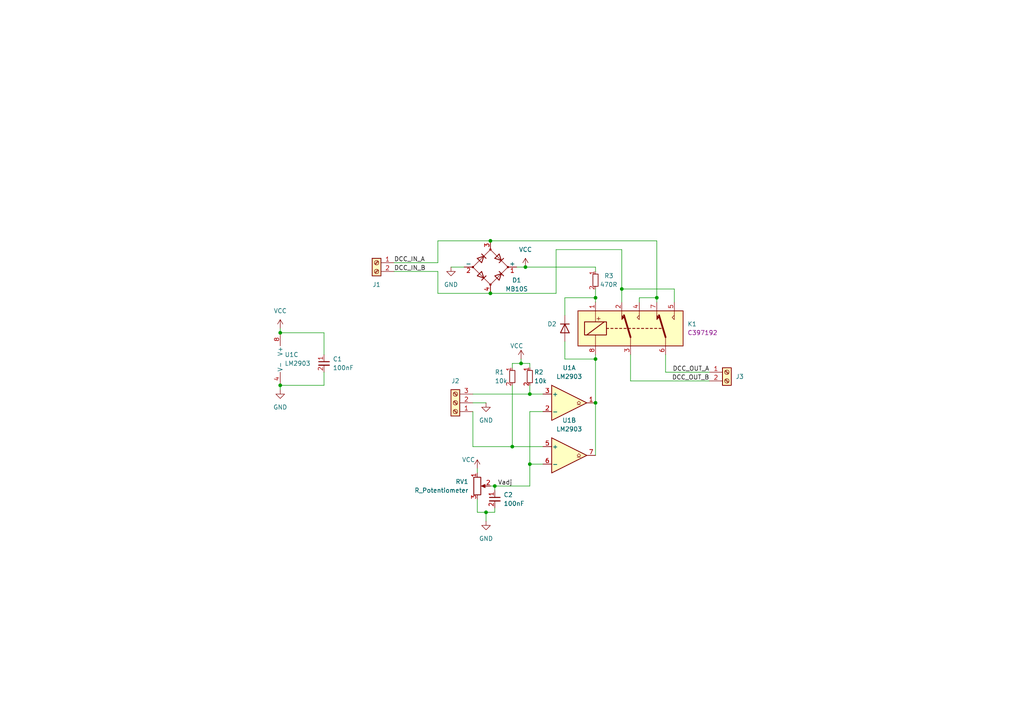
<source format=kicad_sch>
(kicad_sch (version 20230121) (generator eeschema)
  (paper "A4")
  (lib_symbols
    (symbol "Comparator:LM2903" (pin_names (offset 0.127))
      (property "Reference" "U" (at 3.81 3.81 0))
      (property "Value" "LM2903" (at 6.35 -3.81 0))
      (symbol "LM2903_1_1"
        (polyline (pts (xy -5.08 5.08) (xy 5.08 0) (xy -5.08 -5.08) (xy -5.08 5.08)) (stroke (width 0.254)) (fill (type background)))
        (polyline (pts (xy 3.302 -0.508) (xy 2.794 -0.508) (xy 3.302 0) (xy 2.794 0.508) (xy 2.286 0) (xy 2.794 -0.508) (xy 2.286 -0.508)) (stroke (width 0.127)))
        (pin open_collector line (at 7.62 0 180) (length 2.54) (name "~") (number "1"))
        (pin input line (at -7.62 -2.54 0) (length 2.54) (name "-") (number "2"))
        (pin input line (at -7.62 2.54 0) (length 2.54) (name "+") (number "3"))
      )
      (symbol "LM2903_2_1"
        (polyline (pts (xy -5.08 5.08) (xy 5.08 0) (xy -5.08 -5.08) (xy -5.08 5.08)) (stroke (width 0.254)) (fill (type background)))
        (polyline (pts (xy 3.302 -0.508) (xy 2.794 -0.508) (xy 3.302 0) (xy 2.794 0.508) (xy 2.286 0) (xy 2.794 -0.508) (xy 2.286 -0.508)) (stroke (width 0.127)))
        (pin input line (at -7.62 2.54 0) (length 2.54) (name "+") (number "5"))
        (pin input line (at -7.62 -2.54 0) (length 2.54) (name "-") (number "6"))
        (pin open_collector line (at 7.62 0 180) (length 2.54) (name "~") (number "7"))
      )
      (symbol "LM2903_3_1"
        (pin power_in line (at -2.54 -7.62 90) (length 3.81) (name "V-") (number "4"))
        (pin power_in line (at -2.54 7.62 270) (length 3.81) (name "V+") (number "8"))
      )
    )
    (symbol "Connector:Screw_Terminal_01x02" (pin_names (offset 1.016) hide)
      (property "Reference" "J" (at 0 2.54 0))
      (property "Value" "Screw_Terminal_01x02" (at 0 -5.08 0))
      (symbol "Screw_Terminal_01x02_1_1"
        (rectangle (start -1.27 1.27) (end 1.27 -3.81) (stroke (width 0.254)) (fill (type background)))
        (circle (center 0 -2.54) (radius 0.635) (stroke (width 0.1524)))
        (polyline (pts (xy -0.5334 -2.2098) (xy 0.3302 -3.048)) (stroke (width 0.1524)))
        (polyline (pts (xy -0.5334 0.3302) (xy 0.3302 -0.508)) (stroke (width 0.1524)))
        (polyline (pts (xy -0.3556 -2.032) (xy 0.508 -2.8702)) (stroke (width 0.1524)))
        (polyline (pts (xy -0.3556 0.508) (xy 0.508 -0.3302)) (stroke (width 0.1524)))
        (circle (center 0 0) (radius 0.635) (stroke (width 0.1524)))
        (pin passive line (at -5.08 0 0) (length 3.81) (name "Pin_1") (number "1"))
        (pin passive line (at -5.08 -2.54 0) (length 3.81) (name "Pin_2") (number "2"))
      )
    )
    (symbol "Connector:Screw_Terminal_01x03" (pin_names (offset 1.016) hide)
      (property "Reference" "J" (at 0 5.08 0))
      (property "Value" "Screw_Terminal_01x03" (at 0 -5.08 0))
      (symbol "Screw_Terminal_01x03_1_1"
        (rectangle (start -1.27 3.81) (end 1.27 -3.81) (stroke (width 0.254)) (fill (type background)))
        (circle (center 0 -2.54) (radius 0.635) (stroke (width 0.1524)))
        (polyline (pts (xy -0.5334 -2.2098) (xy 0.3302 -3.048)) (stroke (width 0.1524)))
        (polyline (pts (xy -0.5334 0.3302) (xy 0.3302 -0.508)) (stroke (width 0.1524)))
        (polyline (pts (xy -0.5334 2.8702) (xy 0.3302 2.032)) (stroke (width 0.1524)))
        (polyline (pts (xy -0.3556 -2.032) (xy 0.508 -2.8702)) (stroke (width 0.1524)))
        (polyline (pts (xy -0.3556 0.508) (xy 0.508 -0.3302)) (stroke (width 0.1524)))
        (polyline (pts (xy -0.3556 3.048) (xy 0.508 2.2098)) (stroke (width 0.1524)))
        (circle (center 0 0) (radius 0.635) (stroke (width 0.1524)))
        (circle (center 0 2.54) (radius 0.635) (stroke (width 0.1524)))
        (pin passive line (at -5.08 2.54 0) (length 3.81) (name "Pin_1") (number "1"))
        (pin passive line (at -5.08 0 0) (length 3.81) (name "Pin_2") (number "2"))
        (pin passive line (at -5.08 -2.54 0) (length 3.81) (name "Pin_3") (number "3"))
      )
    )
    (symbol "Device:R_Potentiometer" (pin_names (offset 1.016) hide)
      (property "Reference" "RV" (at -4.445 0 90))
      (property "Value" "R_Potentiometer" (at -2.54 0 90))
      (symbol "R_Potentiometer_0_1"
        (polyline (pts (xy 2.54 0) (xy 1.524 0)))
        (polyline (pts (xy 1.143 0) (xy 2.286 0.508) (xy 2.286 -0.508) (xy 1.143 0)) (fill (type outline)))
        (rectangle (start 1.016 2.54) (end -1.016 -2.54) (stroke (width 0.254)))
      )
      (symbol "R_Potentiometer_1_1"
        (pin passive line (at 0 3.81 270) (length 1.27) (name "1") (number "1"))
        (pin passive line (at 3.81 0 180) (length 1.27) (name "2") (number "2"))
        (pin passive line (at 0 -3.81 90) (length 1.27) (name "3") (number "3"))
      )
    )
    (symbol "capacitor_miscellaneous:C_0603_100nF"
      (property "Reference" "C" (at 1.27 2.54 0))
      (property "Value" "100nF" (at 3.81 -2.54 0))
      (symbol "C_0603_100nF_0_1"
        (polyline (pts (xy -1.524 -0.508) (xy 1.524 -0.508)) (stroke (width 0.3302)))
        (polyline (pts (xy -1.524 0.508) (xy 1.524 0.508)) (stroke (width 0.3048)))
      )
      (symbol "C_0603_100nF_1_1"
        (pin passive line (at 0 2.54 270) (length 2.032) (name "~") (number "1"))
        (pin passive line (at 0 -2.54 90) (length 2.032) (name "~") (number "2"))
      )
    )
    (symbol "custom_kicad_lib_sk:1N4148WS" (pin_numbers hide) (pin_names hide)
      (property "Reference" "D" (at 0 2.54 0))
      (property "Value" "1N4148WS" (at 0 -2.54 0))
      (symbol "1N4148WS_0_1"
        (polyline (pts (xy -1.27 1.27) (xy -1.27 -1.27)) (stroke (width 0.254)))
        (polyline (pts (xy 1.27 0) (xy -1.27 0)))
        (polyline (pts (xy 1.27 1.27) (xy 1.27 -1.27) (xy -1.27 0) (xy 1.27 1.27)) (stroke (width 0.254)))
      )
      (symbol "1N4148WS_1_1"
        (pin passive line (at -3.81 0 0) (length 2.54) (name "K") (number "1"))
        (pin passive line (at 3.81 0 180) (length 2.54) (name "A") (number "2"))
      )
    )
    (symbol "custom_kicad_lib_sk:G6K-2F-Y-TR DC12"
      (property "Reference" "K" (at 16.51 3.81 0))
      (property "JLCPCB Part#" "C397192" (at 0 0 0))
      (symbol "G6K-2F-Y-TR DC12_0_0"
        (text "+" (at -9.271 2.921 0) (effects (font (size 1.27 1.27))))
      )
      (symbol "G6K-2F-Y-TR DC12_0_1"
        (rectangle (start -15.24 5.08) (end 15.24 -5.08) (stroke (width 0.254)) (fill (type background)))
        (rectangle (start -13.335 1.905) (end -6.985 -1.905) (stroke (width 0.254)))
        (polyline (pts (xy -12.7 -1.905) (xy -7.62 1.905)) (stroke (width 0.254)))
        (polyline (pts (xy -10.16 -5.08) (xy -10.16 -1.905)))
        (polyline (pts (xy -10.16 5.08) (xy -10.16 1.905)))
        (polyline (pts (xy -6.985 0) (xy -6.35 0)) (stroke (width 0.254)))
        (polyline (pts (xy -5.715 0) (xy -5.08 0)) (stroke (width 0.254)))
        (polyline (pts (xy -4.445 0) (xy -3.81 0)) (stroke (width 0.254)))
        (polyline (pts (xy -3.175 0) (xy -2.54 0)) (stroke (width 0.254)))
        (polyline (pts (xy -1.905 0) (xy -1.27 0)) (stroke (width 0.254)))
        (polyline (pts (xy -0.635 0) (xy 0 0)) (stroke (width 0.254)))
        (polyline (pts (xy 0 -2.54) (xy -1.905 3.81)) (stroke (width 0.508)))
        (polyline (pts (xy 0 -2.54) (xy 0 -5.08)))
        (polyline (pts (xy 0.635 0) (xy 1.27 0)) (stroke (width 0.254)))
        (polyline (pts (xy 1.905 0) (xy 2.54 0)) (stroke (width 0.254)))
        (polyline (pts (xy 3.175 0) (xy 3.81 0)) (stroke (width 0.254)))
        (polyline (pts (xy 4.445 0) (xy 5.08 0)) (stroke (width 0.254)))
        (polyline (pts (xy 5.715 0) (xy 6.35 0)) (stroke (width 0.254)))
        (polyline (pts (xy 6.985 0) (xy 7.62 0)) (stroke (width 0.254)))
        (polyline (pts (xy 8.255 0) (xy 8.89 0)) (stroke (width 0.254)))
        (polyline (pts (xy 10.16 -2.54) (xy 8.255 3.81)) (stroke (width 0.508)))
        (polyline (pts (xy 10.16 -2.54) (xy 10.16 -5.08)))
        (polyline (pts (xy -2.54 5.08) (xy -2.54 2.54) (xy -1.905 3.175) (xy -2.54 3.81)) (fill (type outline)))
        (polyline (pts (xy 2.54 5.08) (xy 2.54 2.54) (xy 1.905 3.175) (xy 2.54 3.81)))
        (polyline (pts (xy 7.62 5.08) (xy 7.62 2.54) (xy 8.255 3.175) (xy 7.62 3.81)) (fill (type outline)))
        (polyline (pts (xy 12.7 5.08) (xy 12.7 2.54) (xy 12.065 3.175) (xy 12.7 3.81)))
      )
      (symbol "G6K-2F-Y-TR DC12_1_1"
        (pin passive line (at -10.16 7.62 270) (length 2.54) (name "~") (number "1"))
        (pin passive line (at -2.54 7.62 270) (length 2.54) (name "~") (number "2"))
        (pin passive line (at 0 -7.62 90) (length 2.54) (name "~") (number "3"))
        (pin passive line (at 2.54 7.62 270) (length 2.54) (name "~") (number "4"))
        (pin passive line (at 12.7 7.62 270) (length 2.54) (name "~") (number "5"))
        (pin passive line (at 10.16 -7.62 90) (length 2.54) (name "~") (number "6"))
        (pin passive line (at 7.62 7.62 270) (length 2.54) (name "~") (number "7"))
        (pin passive line (at -10.16 -7.62 90) (length 2.54) (name "~") (number "8"))
      )
    )
    (symbol "custom_kicad_lib_sk:MB10S" (pin_names (offset 0))
      (property "Reference" "D" (at 2.54 6.985 0))
      (property "Value" "MB10S" (at 2.54 5.08 0))
      (symbol "MB10S_0_1"
        (circle (center -5.08 0) (radius 0.254) (fill (type outline)))
        (circle (center 0 -5.08) (radius 0.254) (fill (type outline)))
        (polyline (pts (xy -2.54 3.81) (xy -1.27 2.54)) (stroke (width 0.254)))
        (polyline (pts (xy -1.27 -2.54) (xy -2.54 -3.81)) (stroke (width 0.254)))
        (polyline (pts (xy 2.54 -1.27) (xy 3.81 -2.54)) (stroke (width 0.254)))
        (polyline (pts (xy 2.54 1.27) (xy 3.81 2.54)) (stroke (width 0.254)))
        (polyline (pts (xy -3.81 2.54) (xy -2.54 1.27) (xy -1.905 3.175) (xy -3.81 2.54)) (stroke (width 0.254)))
        (polyline (pts (xy -2.54 -1.27) (xy -3.81 -2.54) (xy -1.905 -3.175) (xy -2.54 -1.27)) (stroke (width 0.254)))
        (polyline (pts (xy 1.27 2.54) (xy 2.54 3.81) (xy 3.175 1.905) (xy 1.27 2.54)) (stroke (width 0.254)))
        (polyline (pts (xy 3.175 -1.905) (xy 1.27 -2.54) (xy 2.54 -3.81) (xy 3.175 -1.905)) (stroke (width 0.254)))
        (polyline (pts (xy -5.08 0) (xy 0 -5.08) (xy 5.08 0) (xy 0 5.08) (xy -5.08 0)))
        (circle (center 0 5.08) (radius 0.254) (fill (type outline)))
        (circle (center 5.08 0) (radius 0.254) (fill (type outline)))
      )
      (symbol "MB10S_1_1"
        (pin passive line (at 7.62 0 180) (length 2.54) (name "+") (number "1"))
        (pin passive line (at -7.62 0 0) (length 2.54) (name "-") (number "2"))
        (pin passive line (at 0 7.62 270) (length 2.54) (name "~") (number "3"))
        (pin passive line (at 0 -7.62 90) (length 2.54) (name "~") (number "4"))
      )
    )
    (symbol "power:GND" (power) (pin_names (offset 0))
      (property "Value" "GND" (at 0 -3.81 0))
      (symbol "GND_0_1"
        (polyline (pts (xy 0 0) (xy 0 -1.27) (xy 1.27 -1.27) (xy 0 -2.54) (xy -1.27 -1.27) (xy 0 -1.27)))
      )
      (symbol "GND_1_1"
        (pin power_in line (at 0 0 270) (length 0) hide (name "GND") (number "1"))
      )
    )
    (symbol "power:VCC" (power) (pin_names (offset 0))
      (property "Value" "VCC" (at 0 3.81 0))
      (symbol "VCC_0_1"
        (polyline (pts (xy -0.762 1.27) (xy 0 2.54)))
        (polyline (pts (xy 0 0) (xy 0 2.54)))
        (polyline (pts (xy 0 2.54) (xy 0.762 1.27)))
      )
      (symbol "VCC_1_1"
        (pin power_in line (at 0 0 90) (length 0) hide (name "VCC") (number "1"))
      )
    )
    (symbol "resistors_0603:R_10k_0603"
      (property "Reference" "R" (at 1.27 2.54 0))
      (property "Value" "10k" (at 2.54 -2.54 0))
      (symbol "R_10k_0603_0_1"
        (rectangle (start -0.762 1.778) (end 0.762 -1.778) (stroke (width 0.2032)))
      )
      (symbol "R_10k_0603_1_1"
        (pin passive line (at 0 2.54 270) (length 0.762) (name "~") (number "1"))
        (pin passive line (at 0 -2.54 90) (length 0.762) (name "~") (number "2"))
      )
    )
    (symbol "resistors_0805:R_470R_0805"
      (property "Reference" "R" (at 1.27 2.54 0))
      (property "Value" "470R" (at 2.54 -2.54 0))
      (symbol "R_470R_0805_0_1"
        (rectangle (start -0.762 1.778) (end 0.762 -1.778) (stroke (width 0.2032)))
      )
      (symbol "R_470R_0805_1_1"
        (pin passive line (at 0 2.54 270) (length 0.762) (name "~") (number "1"))
        (pin passive line (at 0 -2.54 90) (length 0.762) (name "~") (number "2"))
      )
    )
  )
  (junction (at 140.97 148.59))
  (junction (at 81.28 111.76))
  (junction (at 81.28 96.52))
  (junction (at 153.67 134.62))
  (junction (at 148.59 129.54))
  (junction (at 172.72 116.84))
  (junction (at 172.72 86.36))
  (junction (at 153.67 114.3))
  (junction (at 143.51 140.97))
  (junction (at 151.13 105.41))
  (junction (at 142.24 85.09))
  (junction (at 180.34 83.82))
  (junction (at 172.72 104.14))
  (junction (at 152.4 77.47))
  (junction (at 142.24 69.85))
  (junction (at 190.5 86.36))
  (wire (pts (xy 137.16 119.38) (xy 137.16 129.54)))
  (wire (pts (xy 142.24 140.97) (xy 143.51 140.97)))
  (wire (pts (xy 185.42 86.36) (xy 190.5 86.36)))
  (wire (pts (xy 153.67 119.38) (xy 157.48 119.38)))
  (wire (pts (xy 142.24 69.85) (xy 190.5 69.85)))
  (wire (pts (xy 143.51 140.97) (xy 143.51 142.24)))
  (wire (pts (xy 153.67 134.62) (xy 157.48 134.62)))
  (wire (pts (xy 172.72 83.82) (xy 172.72 86.36)))
  (wire (pts (xy 143.51 148.59) (xy 143.51 147.32)))
  (wire (pts (xy 172.72 77.47) (xy 172.72 78.74)))
  (wire (pts (xy 114.3 76.2) (xy 127 76.2)))
  (wire (pts (xy 161.29 85.09) (xy 142.24 85.09)))
  (wire (pts (xy 152.4 77.47) (xy 172.72 77.47)))
  (wire (pts (xy 148.59 111.76) (xy 148.59 129.54)))
  (wire (pts (xy 195.58 83.82) (xy 195.58 87.63)))
  (wire (pts (xy 163.83 91.44) (xy 163.83 86.36)))
  (wire (pts (xy 185.42 87.63) (xy 185.42 86.36)))
  (wire (pts (xy 153.67 111.76) (xy 153.67 114.3)))
  (wire (pts (xy 81.28 95.25) (xy 81.28 96.52)))
  (wire (pts (xy 148.59 129.54) (xy 157.48 129.54)))
  (wire (pts (xy 148.59 105.41) (xy 148.59 106.68)))
  (wire (pts (xy 93.98 102.87) (xy 93.98 96.52)))
  (wire (pts (xy 127 78.74) (xy 127 85.09)))
  (wire (pts (xy 153.67 105.41) (xy 153.67 106.68)))
  (wire (pts (xy 137.16 116.84) (xy 140.97 116.84)))
  (wire (pts (xy 190.5 69.85) (xy 190.5 86.36)))
  (wire (pts (xy 138.43 144.78) (xy 138.43 148.59)))
  (wire (pts (xy 137.16 129.54) (xy 148.59 129.54)))
  (wire (pts (xy 182.88 102.87) (xy 182.88 110.49)))
  (wire (pts (xy 93.98 96.52) (xy 81.28 96.52)))
  (wire (pts (xy 151.13 105.41) (xy 151.13 104.14)))
  (wire (pts (xy 172.72 102.87) (xy 172.72 104.14)))
  (wire (pts (xy 180.34 87.63) (xy 180.34 83.82)))
  (wire (pts (xy 138.43 135.89) (xy 138.43 137.16)))
  (wire (pts (xy 81.28 111.76) (xy 93.98 111.76)))
  (wire (pts (xy 81.28 111.76) (xy 81.28 113.03)))
  (wire (pts (xy 153.67 114.3) (xy 157.48 114.3)))
  (wire (pts (xy 172.72 116.84) (xy 172.72 132.08)))
  (wire (pts (xy 172.72 104.14) (xy 163.83 104.14)))
  (wire (pts (xy 130.81 77.47) (xy 134.62 77.47)))
  (wire (pts (xy 180.34 83.82) (xy 195.58 83.82)))
  (wire (pts (xy 153.67 119.38) (xy 153.67 134.62)))
  (wire (pts (xy 93.98 107.95) (xy 93.98 111.76)))
  (wire (pts (xy 163.83 104.14) (xy 163.83 99.06)))
  (wire (pts (xy 151.13 105.41) (xy 153.67 105.41)))
  (wire (pts (xy 138.43 148.59) (xy 140.97 148.59)))
  (wire (pts (xy 114.3 78.74) (xy 127 78.74)))
  (wire (pts (xy 163.83 86.36) (xy 172.72 86.36)))
  (wire (pts (xy 127 76.2) (xy 127 69.85)))
  (wire (pts (xy 148.59 105.41) (xy 151.13 105.41)))
  (wire (pts (xy 143.51 140.97) (xy 153.67 140.97)))
  (wire (pts (xy 140.97 148.59) (xy 140.97 151.13)))
  (wire (pts (xy 161.29 72.39) (xy 161.29 85.09)))
  (wire (pts (xy 149.86 77.47) (xy 152.4 77.47)))
  (wire (pts (xy 140.97 148.59) (xy 143.51 148.59)))
  (wire (pts (xy 205.74 107.95) (xy 193.04 107.95)))
  (wire (pts (xy 190.5 86.36) (xy 190.5 87.63)))
  (wire (pts (xy 180.34 83.82) (xy 180.34 72.39)))
  (wire (pts (xy 172.72 86.36) (xy 172.72 87.63)))
  (wire (pts (xy 172.72 104.14) (xy 172.72 116.84)))
  (wire (pts (xy 127 85.09) (xy 142.24 85.09)))
  (wire (pts (xy 137.16 114.3) (xy 153.67 114.3)))
  (wire (pts (xy 180.34 72.39) (xy 161.29 72.39)))
  (wire (pts (xy 153.67 134.62) (xy 153.67 140.97)))
  (wire (pts (xy 182.88 110.49) (xy 205.74 110.49)))
  (wire (pts (xy 193.04 107.95) (xy 193.04 102.87)))
  (wire (pts (xy 127 69.85) (xy 142.24 69.85)))
  (label "DCC_IN_B" (at 114.3 78.74 0))
  (label "DCC_OUT_B" (at 205.74 110.49 180))
  (label "Vadj" (at 148.59 140.97 180))
  (label "DCC_OUT_A" (at 205.74 107.95 180))
  (label "DCC_IN_A" (at 114.3 76.2 0))
  (symbol (lib_id "capacitor_miscellaneous:C_0603_100nF") (at 93.98 105.41 0) (unit 1)
    (property "Reference" "C1" (at 96.52 104.1463 0) (effects (justify left)))
    (property "Value" "100nF" (at 96.52 106.6863 0) (effects (justify left)))
    (property "Footprint" "Capacitor_SMD:C_0603_1608Metric" (effects hide))
    (property "JLCPCB Part#" "C14663" (effects hide))
  )
  (symbol (lib_id "power:VCC") (at 81.28 95.25 0) (unit 1)
    (property "Reference" "#PWR01" (effects hide))
    (property "Value" "VCC" (at 81.28 90.17 0))
  )
  (symbol (lib_id "resistors_0603:R_10k_0603") (at 148.59 109.22 0) (unit 1)
    (property "Reference" "R1" (at 143.51 107.95 0) (effects (justify left)))
    (property "Value" "10k" (at 143.51 110.49 0) (effects (justify left)))
    (property "Footprint" "custom_kicad_lib_sk:R_0603_smalltext" (effects hide))
    (property "JLCPCB Part#" "C25804" (effects hide))
  )
  (symbol (lib_id "Comparator:LM2903") (at 83.82 104.14 0) (unit 3)
    (property "Reference" "U1" (at 82.55 102.87 0) (effects (justify left)))
    (property "Value" "LM2903" (at 82.55 105.41 0) (effects (justify left)))
    (property "Footprint" "Package_SO:VSSOP-8_3.0x3.0mm_P0.65mm" (effects hide))
    (property "Datasheet" "http://www.ti.com/lit/ds/symlink/lm393.pdf" (effects hide))
    (property "JLCPCB Part#" "C2998739" (effects hide))
  )
  (symbol (lib_id "Connector:Screw_Terminal_01x02") (at 210.82 107.95 0) (unit 1)
    (property "Reference" "J3" (at 213.36 109.22 0) (effects (justify left)))
    (property "Value" "Screw_Terminal_01x02" (effects hide))
    (property "Footprint" "TerminalBlock_Phoenix:TerminalBlock_Phoenix_MKDS-1,5-2-5.08_1x02_P5.08mm_Horizontal" (effects hide))
  )
  (symbol (lib_id "Comparator:LM2903") (at 165.1 132.08 0) (unit 2)
    (property "Reference" "U1" (at 165.1 121.92 0))
    (property "Value" "LM2903" (at 165.1 124.46 0))
    (property "Footprint" "Package_SO:VSSOP-8_3.0x3.0mm_P0.65mm" (effects hide))
    (property "Datasheet" "http://www.ti.com/lit/ds/symlink/lm393.pdf" (effects hide))
    (property "JLCPCB Part#" "C2998739" (effects hide))
  )
  (symbol (lib_id "power:GND") (at 81.28 113.03 0) (unit 1)
    (property "Reference" "#PWR02" (effects hide))
    (property "Value" "GND" (at 81.28 118.11 0))
  )
  (symbol (lib_id "power:VCC") (at 138.43 135.89 0) (unit 1)
    (property "Reference" "#PWR04" (effects hide))
    (property "Value" "VCC" (at 135.89 133.35 0))
  )
  (symbol (lib_id "power:VCC") (at 151.13 104.14 0) (unit 1)
    (property "Reference" "#PWR07" (effects hide))
    (property "Value" "VCC" (at 149.86 100.33 0))
  )
  (symbol (lib_id "capacitor_miscellaneous:C_0603_100nF") (at 143.51 144.78 0) (unit 1)
    (property "Reference" "C2" (at 146.05 143.5163 0) (effects (justify left)))
    (property "Value" "100nF" (at 146.05 146.0563 0) (effects (justify left)))
    (property "Footprint" "Capacitor_SMD:C_0603_1608Metric" (effects hide))
    (property "JLCPCB Part#" "C14663" (effects hide))
  )
  (symbol (lib_id "power:GND") (at 130.81 77.47 0) (unit 1)
    (property "Reference" "#PWR03" (effects hide))
    (property "Value" "GND" (at 130.81 82.55 0))
  )
  (symbol (lib_id "Connector:Screw_Terminal_01x02") (at 109.22 76.2 0) (mirror y) (unit 1)
    (property "Reference" "J1" (at 109.22 82.55 0))
    (property "Value" "Screw_Terminal_01x02" (effects hide))
    (property "Footprint" "TerminalBlock_Phoenix:TerminalBlock_Phoenix_MKDS-1,5-2-5.08_1x02_P5.08mm_Horizontal" (effects hide))
  )
  (symbol (lib_id "power:VCC") (at 152.4 77.47 0) (unit 1)
    (property "Reference" "#PWR08" (effects hide))
    (property "Value" "VCC" (at 152.4 72.39 0))
  )
  (symbol (lib_id "resistors_0805:R_470R_0805") (at 172.72 81.28 0) (unit 1)
    (property "Reference" "R3" (at 175.26 80.01 0) (effects (justify left)))
    (property "Value" "470R" (at 173.99 82.55 0) (effects (justify left)))
    (property "Footprint" "custom_kicad_lib_sk:R_0805_handsolder-smalltext" (effects hide))
    (property "JLCPCB Part#" "C17710" (effects hide))
  )
  (symbol (lib_id "Connector:Screw_Terminal_01x03") (at 132.08 116.84 180) (unit 1)
    (property "Reference" "J2" (at 132.08 110.49 0))
    (property "Value" "Screw_Terminal_01x03" (effects hide))
    (property "Footprint" "TerminalBlock_Phoenix:TerminalBlock_Phoenix_MKDS-1,5-3-5.08_1x03_P5.08mm_Horizontal" (effects hide))
  )
  (symbol (lib_id "power:GND") (at 140.97 151.13 0) (unit 1)
    (property "Reference" "#PWR06" (effects hide))
    (property "Value" "GND" (at 140.97 156.21 0))
  )
  (symbol (lib_id "custom_kicad_lib_sk:MB10S") (at 142.24 77.47 0) (unit 1)
    (property "Reference" "D1" (at 149.86 81.28 0))
    (property "Value" "MB10S" (at 149.86 83.82 0))
    (property "Footprint" "Package_TO_SOT_SMD:TO-269AA" (effects hide))
    (property "JLCPCB Part#" "C2488" (effects hide))
  )
  (symbol (lib_id "resistors_0603:R_10k_0603") (at 153.67 109.22 0) (unit 1)
    (property "Reference" "R2" (at 154.94 107.95 0) (effects (justify left)))
    (property "Value" "10k" (at 154.94 110.49 0) (effects (justify left)))
    (property "Footprint" "custom_kicad_lib_sk:R_0603_smalltext" (effects hide))
    (property "JLCPCB Part#" "C25804" (effects hide))
  )
  (symbol (lib_id "Device:R_Potentiometer") (at 138.43 140.97 0) (unit 1)
    (property "Reference" "RV1" (at 135.89 139.7 0) (effects (justify right)))
    (property "Value" "R_Potentiometer" (at 135.89 142.24 0) (effects (justify right)))
    (property "Footprint" "Potentiometer_SMD:Potentiometer_Bourns_TC33X_Vertical" (effects hide))
    (property "JLCPCB Part#" "C128547" (effects hide))
  )
  (symbol (lib_id "custom_kicad_lib_sk:1N4148WS") (at 163.83 95.25 270) (unit 1)
    (property "Reference" "D2" (at 158.75 93.98 90) (effects (justify left)))
    (property "Value" "1N4148WS" (effects hide))
    (property "Footprint" "Diode_SMD:D_SOD-323" (effects hide))
    (property "Datasheet" "https://www.vishay.com/docs/85751/1n4148ws.pdf" (effects hide))
    (property "Sim.Device" "D" (effects hide))
    (property "Sim.Pins" "1=K 2=A" (effects hide))
    (property "JLCPCB Part#" "C2128" (effects hide))
  )
  (symbol (lib_id "power:GND") (at 140.97 116.84 0) (unit 1)
    (property "Reference" "#PWR05" (effects hide))
    (property "Value" "GND" (at 140.97 121.92 0))
  )
  (symbol (lib_id "Comparator:LM2903") (at 165.1 116.84 0) (unit 1)
    (property "Reference" "U1" (at 165.1 106.68 0))
    (property "Value" "LM2903" (at 165.1 109.22 0))
    (property "Footprint" "Package_SO:VSSOP-8_3.0x3.0mm_P0.65mm" (effects hide))
    (property "Datasheet" "http://www.ti.com/lit/ds/symlink/lm393.pdf" (effects hide))
    (property "JLCPCB Part#" "C2998739" (effects hide))
  )
  (symbol (lib_id "custom_kicad_lib_sk:G6K-2F-Y-TR DC12") (at 182.88 95.25 0) (unit 1)
    (property "Reference" "K1" (at 199.39 93.98 0) (effects (justify left)))
    (property "Value" "G6K-2F-Y-TR DC12" (effects hide))
    (property "Footprint" "Relay_SMD:Relay_DPDT_Omron_G6K-2F-Y" (effects hide))
    (property "Datasheet" "http://omronfs.omron.com/en_US/ecb/products/pdf/en-g6k.pdf" (effects hide))
    (property "JLCPCB Part#" "C397192" (at 199.39 96.52 0) (effects (justify left)))
  )
)
</source>
